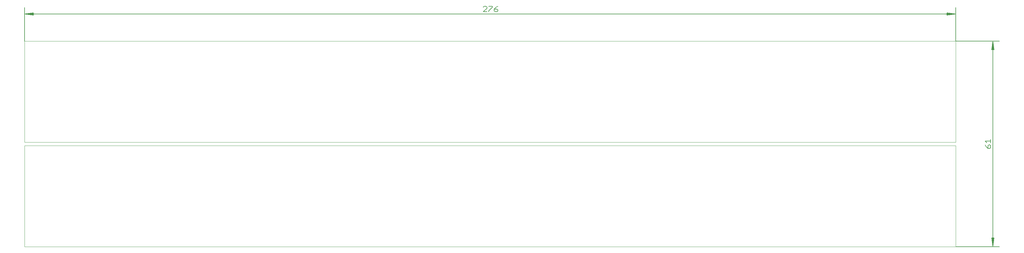
<source format=gm1>
G75*
%MOIN*%
%OFA0B0*%
%FSLAX24Y24*%
%IPPOS*%
%LPD*%
%AMOC8*
5,1,8,0,0,1.08239X$1,22.5*
%
%ADD10C,0.0000*%
%ADD11C,0.0051*%
%ADD12C,0.0060*%
D10*
X000169Y000425D02*
X000169Y012236D01*
X108830Y012236D01*
X108830Y000425D01*
X000169Y000425D01*
X000169Y012630D02*
X000169Y024441D01*
X108830Y024441D01*
X108830Y012630D01*
X000169Y012630D01*
D11*
X000169Y024441D02*
X000169Y028358D01*
X000169Y027591D02*
X001193Y027716D01*
X001193Y027465D01*
X000169Y027591D01*
X001193Y027488D01*
X001193Y027539D02*
X000169Y027591D01*
X001193Y027693D01*
X001193Y027642D02*
X000169Y027591D01*
X108830Y027591D01*
X107807Y027488D01*
X107807Y027465D02*
X108830Y027591D01*
X107807Y027693D01*
X107807Y027716D02*
X107807Y027465D01*
X107807Y027539D02*
X108830Y027591D01*
X107807Y027642D01*
X107807Y027716D02*
X108830Y027591D01*
X108830Y028358D02*
X108830Y024441D01*
X113929Y024441D01*
X113161Y024441D02*
X113263Y023417D01*
X113287Y023417D02*
X113161Y024441D01*
X113059Y023417D01*
X113035Y023417D02*
X113287Y023417D01*
X113212Y023417D02*
X113161Y024441D01*
X113110Y023417D01*
X113035Y023417D02*
X113161Y024441D01*
X113161Y000425D01*
X113263Y001449D01*
X113287Y001449D02*
X113161Y000425D01*
X113059Y001449D01*
X113035Y001449D02*
X113287Y001449D01*
X113212Y001449D02*
X113161Y000425D01*
X113110Y001449D01*
X113035Y001449D02*
X113161Y000425D01*
X113929Y000425D02*
X108830Y000425D01*
D12*
X112585Y011904D02*
X112585Y012225D01*
X112691Y012331D01*
X112798Y012331D01*
X112905Y012225D01*
X112905Y012011D01*
X112798Y011904D01*
X112585Y011904D01*
X112371Y012118D01*
X112264Y012331D01*
X112478Y012549D02*
X112264Y012762D01*
X112905Y012762D01*
X112905Y012549D02*
X112905Y012976D01*
X055408Y027953D02*
X055408Y028060D01*
X055301Y028167D01*
X054981Y028167D01*
X054981Y027953D01*
X055087Y027847D01*
X055301Y027847D01*
X055408Y027953D01*
X054981Y028167D02*
X055194Y028381D01*
X055408Y028487D01*
X054763Y028487D02*
X054763Y028381D01*
X054336Y027953D01*
X054336Y027847D01*
X054119Y027847D02*
X053691Y027847D01*
X054119Y028274D01*
X054119Y028381D01*
X054012Y028487D01*
X053798Y028487D01*
X053691Y028381D01*
X054336Y028487D02*
X054763Y028487D01*
M02*

</source>
